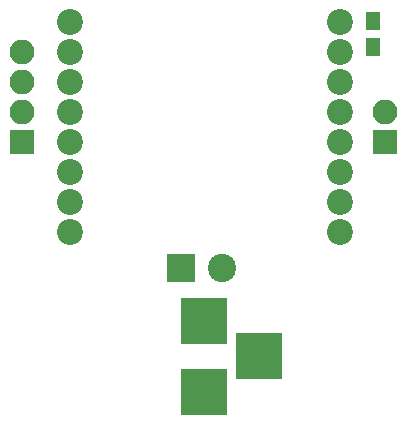
<source format=gbs>
G04 #@! TF.GenerationSoftware,KiCad,Pcbnew,(5.0.0-rc2-206-gf10aa6c85)*
G04 #@! TF.CreationDate,2018-07-11T01:20:15+02:00*
G04 #@! TF.ProjectId,Sp_ka,5370F66B612E6B696361645F70636200,rev?*
G04 #@! TF.SameCoordinates,Original*
G04 #@! TF.FileFunction,Soldermask,Bot*
G04 #@! TF.FilePolarity,Negative*
%FSLAX46Y46*%
G04 Gerber Fmt 4.6, Leading zero omitted, Abs format (unit mm)*
G04 Created by KiCad (PCBNEW (5.0.0-rc2-206-gf10aa6c85)) date Wed Jul 11 01:20:15 2018*
%MOMM*%
%LPD*%
G01*
G04 APERTURE LIST*
%ADD10C,2.200000*%
%ADD11R,3.900000X3.900000*%
%ADD12C,2.400000*%
%ADD13R,2.400000X2.400000*%
%ADD14R,2.100000X2.100000*%
%ADD15O,2.100000X2.100000*%
%ADD16R,1.300000X1.600000*%
G04 APERTURE END LIST*
D10*
G04 #@! TO.C,U1*
X147574000Y-122682000D03*
X147574000Y-120142000D03*
X147574000Y-117602000D03*
X147574000Y-115062000D03*
X147574000Y-112522000D03*
X147574000Y-109982000D03*
X147574000Y-107442000D03*
X147574000Y-104902000D03*
X124714000Y-104902000D03*
X124714000Y-107442000D03*
X124714000Y-109982000D03*
X124714000Y-112522000D03*
X124714000Y-115062000D03*
X124714000Y-117602000D03*
X124714000Y-120142000D03*
X124714000Y-122682000D03*
G04 #@! TD*
D11*
G04 #@! TO.C,J1*
X140716000Y-133175000D03*
X136016000Y-136175000D03*
X136016000Y-130175000D03*
G04 #@! TD*
D12*
G04 #@! TO.C,C1*
X137615000Y-125730000D03*
D13*
X134115000Y-125730000D03*
G04 #@! TD*
D14*
G04 #@! TO.C,SW1*
X151384000Y-115062000D03*
D15*
X151384000Y-112522000D03*
G04 #@! TD*
D14*
G04 #@! TO.C,J2*
X120650000Y-115062000D03*
D15*
X120650000Y-112522000D03*
X120650000Y-109982000D03*
X120650000Y-107442000D03*
G04 #@! TD*
D16*
G04 #@! TO.C,R6*
X150368000Y-107018000D03*
X150368000Y-104818000D03*
G04 #@! TD*
M02*

</source>
